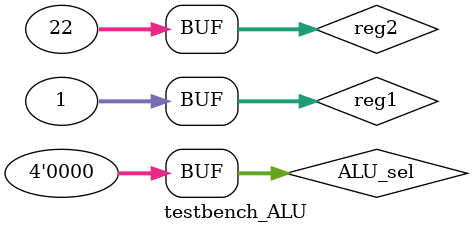
<source format=sv>
`timescale 1ns/10ps
module testbench_ALU();


logic [3:0]ALU_sel;
logic [31:0]ALU_Out;
logic [31:0]reg1;
logic [31:0]reg2;

ALU u1(.ALU_sel(ALU_sel),
		 .ALU_Out(ALU_Out),
		 .reg1(reg1),
		 .reg2(reg2));

		 
		 
initial 
	begin
		
		ALU_sel[3:0]= 4'b0000; reg1= 32'd1; reg2=32'd1; #10;
		ALU_sel[3:0]= 4'b0000; reg1= 32'd0; reg2=32'd1; #10;
		ALU_sel[3:0]= 4'b0000; reg1= 32'd1; reg2=32'd22; #10;
		
	end		
endmodule

</source>
